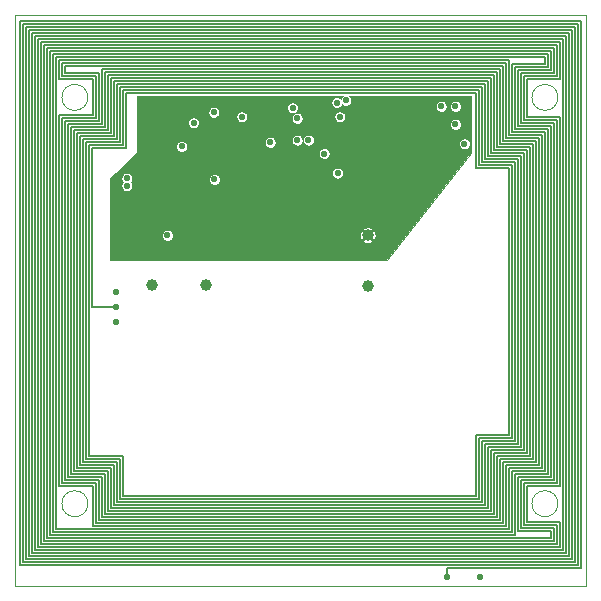
<source format=gbr>
%TF.GenerationSoftware,KiCad,Pcbnew,(5.1.4)-1*%
%TF.CreationDate,2019-12-19T17:33:09-07:00*%
%TF.ProjectId,SolarCellX_v3,536f6c61-7243-4656-9c6c-585f76332e6b,rev?*%
%TF.SameCoordinates,Original*%
%TF.FileFunction,Copper,L4,Inr*%
%TF.FilePolarity,Positive*%
%FSLAX46Y46*%
G04 Gerber Fmt 4.6, Leading zero omitted, Abs format (unit mm)*
G04 Created by KiCad (PCBNEW (5.1.4)-1) date 2019-12-19 17:33:09*
%MOMM*%
%LPD*%
G04 APERTURE LIST*
%ADD10C,0.050000*%
%ADD11C,1.000000*%
%ADD12C,0.584200*%
%ADD13C,0.127000*%
%ADD14C,0.088900*%
G04 APERTURE END LIST*
D10*
X96200000Y-47000000D02*
G75*
G03X96200000Y-47000000I-1100000J0D01*
G01*
X96200000Y-81400000D02*
G75*
G03X96200000Y-81400000I-1100000J0D01*
G01*
X136000000Y-81400000D02*
G75*
G03X136000000Y-81400000I-1100000J0D01*
G01*
X136000000Y-47000000D02*
G75*
G03X136000000Y-47000000I-1100000J0D01*
G01*
X90000000Y-88400000D02*
X138400000Y-88400000D01*
X90000000Y-88400000D02*
X90000000Y-40000000D01*
X138400000Y-40000000D02*
X138400000Y-88400000D01*
X90000000Y-40000000D02*
X138400000Y-40000000D01*
D11*
X101600000Y-62865000D03*
X106172000Y-62865000D03*
X119888000Y-58674000D03*
X119888000Y-62992000D03*
D12*
X106253260Y-51754256D03*
X107523260Y-51754256D03*
X106253260Y-50509656D03*
X109410500Y-52514500D03*
X107530900Y-50485040D03*
X106923840Y-51092100D03*
X104302012Y-52519693D03*
X122999500Y-53276500D03*
X122999500Y-52578000D03*
X122999500Y-51879500D03*
X122999500Y-49276000D03*
X124523500Y-50927000D03*
X122999500Y-48387000D03*
X124396500Y-49466500D03*
X117537610Y-48650791D03*
X117348000Y-53403500D03*
X128079500Y-50927000D03*
X126111000Y-47752000D03*
X127317500Y-47752000D03*
X118047740Y-47243775D03*
X127317500Y-49276000D03*
X117284500Y-47434502D03*
X105156000Y-49149000D03*
X111633000Y-50800000D03*
X113919000Y-48768000D03*
X116205000Y-51752500D03*
X106870500Y-48260000D03*
X109232672Y-48653690D03*
X104144156Y-51144656D03*
X102933500Y-58674000D03*
X99504500Y-53848000D03*
X99504500Y-54483000D03*
X126619000Y-87630000D03*
X98552000Y-64770000D03*
X98552000Y-63500000D03*
X98552000Y-66040000D03*
X129413000Y-87630000D03*
X113919000Y-50609500D03*
X114871500Y-50609500D03*
X106913660Y-53938656D03*
X113538000Y-47879000D03*
D13*
X97155000Y-82804000D02*
X131064000Y-82804000D01*
X97155000Y-79375000D02*
X97155000Y-82804000D01*
X94234000Y-79375000D02*
X97155000Y-79375000D01*
X131826000Y-78359000D02*
X134620000Y-78359000D01*
X94234000Y-44958000D02*
X97155000Y-44958000D01*
X131318000Y-44323000D02*
X94234000Y-44323000D01*
X131318000Y-50673000D02*
X131318000Y-44323000D01*
X97155000Y-49022000D02*
X94234000Y-49022000D01*
X134112000Y-77851000D02*
X134112000Y-50673000D01*
X131318000Y-77851000D02*
X134112000Y-77851000D01*
X93726000Y-43815000D02*
X93726000Y-45466000D01*
X134620000Y-50165000D02*
X131826000Y-50165000D01*
X131826000Y-50165000D02*
X131826000Y-43815000D01*
X96901000Y-83058000D02*
X131318000Y-83058000D01*
X131826000Y-83566000D02*
X131826000Y-78359000D01*
X96647000Y-48514000D02*
X93726000Y-48514000D01*
X94234000Y-49022000D02*
X94234000Y-79375000D01*
X97155000Y-44958000D02*
X97155000Y-49022000D01*
X94234000Y-44323000D02*
X94234000Y-44958000D01*
X134112000Y-50673000D02*
X131318000Y-50673000D01*
X131318000Y-83058000D02*
X131318000Y-77851000D01*
X133858000Y-77597000D02*
X133858000Y-76962000D01*
X97409000Y-79121000D02*
X97409000Y-82550000D01*
X94488000Y-79121000D02*
X97409000Y-79121000D01*
X133604000Y-51181000D02*
X130810000Y-51181000D01*
X130556000Y-77089000D02*
X133350000Y-77089000D01*
X130556000Y-82296000D02*
X130556000Y-77089000D01*
X133604000Y-77343000D02*
X133604000Y-51181000D01*
X97409000Y-49276000D02*
X94488000Y-49276000D01*
X133350000Y-77089000D02*
X133350000Y-76708000D01*
X98933000Y-82296000D02*
X130556000Y-82296000D01*
X130810000Y-44831000D02*
X129921000Y-44831000D01*
X130810000Y-51181000D02*
X130810000Y-44831000D01*
X130810000Y-82550000D02*
X130810000Y-77343000D01*
X97409000Y-44577000D02*
X97409000Y-49276000D01*
X129921000Y-44577000D02*
X97409000Y-44577000D01*
X130810000Y-77343000D02*
X133604000Y-77343000D01*
X97409000Y-82550000D02*
X130810000Y-82550000D01*
X94488000Y-49276000D02*
X94488000Y-79121000D01*
X134874000Y-78105000D02*
X134874000Y-77978000D01*
X96647000Y-45466000D02*
X96647000Y-48514000D01*
X134620000Y-78359000D02*
X134620000Y-50165000D01*
X93980000Y-44069000D02*
X93980000Y-45212000D01*
X96647000Y-83312000D02*
X131572000Y-83312000D01*
X93472000Y-83566000D02*
X131826000Y-83566000D01*
X131572000Y-50419000D02*
X131572000Y-44069000D01*
X93980000Y-48768000D02*
X93980000Y-79629000D01*
X93726000Y-79883000D02*
X96647000Y-79883000D01*
X131572000Y-83312000D02*
X131572000Y-78105000D01*
X131064000Y-82804000D02*
X131064000Y-77597000D01*
X96901000Y-48768000D02*
X93980000Y-48768000D01*
X132080000Y-49911000D02*
X132080000Y-44196000D01*
X134874000Y-44196000D02*
X134874000Y-43561000D01*
X93726000Y-48514000D02*
X93726000Y-79883000D01*
X134366000Y-78105000D02*
X134366000Y-50419000D01*
X131572000Y-78105000D02*
X134366000Y-78105000D01*
X134874000Y-43561000D02*
X93472000Y-43561000D01*
X134874000Y-77978000D02*
X134874000Y-49911000D01*
X96901000Y-79629000D02*
X96901000Y-83058000D01*
X96647000Y-79883000D02*
X96647000Y-83312000D01*
X96901000Y-45212000D02*
X96901000Y-48768000D01*
X93980000Y-79629000D02*
X96901000Y-79629000D01*
X132080000Y-44196000D02*
X134874000Y-44196000D01*
X131826000Y-43815000D02*
X93726000Y-43815000D01*
X134874000Y-49911000D02*
X132080000Y-49911000D01*
X134366000Y-50419000D02*
X131572000Y-50419000D01*
X93472000Y-43561000D02*
X93472000Y-83566000D01*
X131064000Y-77597000D02*
X133858000Y-77597000D01*
X131572000Y-44069000D02*
X93980000Y-44069000D01*
X93726000Y-45466000D02*
X96647000Y-45466000D01*
X93980000Y-45212000D02*
X96901000Y-45212000D01*
X97663000Y-78867000D02*
X97663000Y-82296000D01*
X97663000Y-49530000D02*
X94742000Y-49530000D01*
X97663000Y-82296000D02*
X98933000Y-82296000D01*
X94742000Y-78867000D02*
X97663000Y-78867000D01*
X94742000Y-49530000D02*
X94742000Y-78867000D01*
X98933000Y-82296000D02*
X98806000Y-82296000D01*
X97663000Y-44831000D02*
X97663000Y-49530000D01*
X129921000Y-44831000D02*
X97663000Y-44831000D01*
X133858000Y-50927000D02*
X131064000Y-50927000D01*
X131064000Y-50927000D02*
X131064000Y-44577000D01*
X99441000Y-81788000D02*
X99314000Y-81788000D01*
X131064000Y-44577000D02*
X129921000Y-44577000D01*
X133858000Y-77089000D02*
X133858000Y-50927000D01*
X130048000Y-44831000D02*
X129921000Y-44831000D01*
X130048000Y-44577000D02*
X129921000Y-44577000D01*
X137922000Y-40513000D02*
X137922000Y-86868000D01*
X90424000Y-40513000D02*
X137922000Y-40513000D01*
X90424000Y-86614000D02*
X90424000Y-40513000D01*
X137668000Y-86614000D02*
X90424000Y-86614000D01*
X137668000Y-40767000D02*
X137668000Y-86614000D01*
X90678000Y-40767000D02*
X137668000Y-40767000D01*
X90678000Y-86360000D02*
X90678000Y-40767000D01*
X137414000Y-86360000D02*
X90678000Y-86360000D01*
X137414000Y-41021000D02*
X137414000Y-86360000D01*
X90932000Y-41021000D02*
X137414000Y-41021000D01*
X90932000Y-86106000D02*
X90932000Y-41021000D01*
X135636000Y-79375000D02*
X132842000Y-79375000D01*
X135636000Y-49149000D02*
X135636000Y-79375000D01*
X92710000Y-42799000D02*
X135636000Y-42799000D01*
X92710000Y-84328000D02*
X92710000Y-42799000D01*
X135382000Y-84328000D02*
X92710000Y-84328000D01*
X135382000Y-83693000D02*
X135382000Y-84328000D01*
X132080000Y-78613000D02*
X132080000Y-83820000D01*
X135636000Y-44958000D02*
X132842000Y-44958000D01*
X132334000Y-44450000D02*
X132334000Y-49657000D01*
X132588000Y-83693000D02*
X135382000Y-83693000D01*
X92456000Y-84582000D02*
X92456000Y-42545000D01*
X132588000Y-79121000D02*
X132588000Y-83693000D01*
X133350000Y-48641000D02*
X136144000Y-48641000D01*
X135382000Y-79121000D02*
X132588000Y-79121000D01*
X135636000Y-83439000D02*
X135636000Y-84582000D01*
X135382000Y-49403000D02*
X135382000Y-79121000D01*
X136144000Y-48641000D02*
X136144000Y-79883000D01*
X132588000Y-44704000D02*
X132588000Y-49403000D01*
X92202000Y-42291000D02*
X136144000Y-42291000D01*
X135382000Y-44704000D02*
X132588000Y-44704000D01*
X136144000Y-45466000D02*
X133350000Y-45466000D01*
X132842000Y-79375000D02*
X132842000Y-83439000D01*
X135128000Y-44450000D02*
X132334000Y-44450000D01*
X132842000Y-49149000D02*
X135636000Y-49149000D01*
X93218000Y-43307000D02*
X135128000Y-43307000D01*
X132080000Y-83820000D02*
X93218000Y-83820000D01*
X136398000Y-42037000D02*
X136398000Y-85344000D01*
X132842000Y-44958000D02*
X132842000Y-49149000D01*
X134874000Y-77978000D02*
X134874000Y-78613000D01*
X136144000Y-79883000D02*
X133350000Y-79883000D01*
X126619000Y-86868000D02*
X126619000Y-87630000D01*
X93218000Y-83820000D02*
X93218000Y-43307000D01*
X135890000Y-84836000D02*
X92202000Y-84836000D01*
X132334000Y-78867000D02*
X132334000Y-84074000D01*
X132842000Y-83439000D02*
X135636000Y-83439000D01*
X137922000Y-86868000D02*
X126619000Y-86868000D01*
X134874000Y-78613000D02*
X132080000Y-78613000D01*
X133096000Y-48895000D02*
X135890000Y-48895000D01*
X135128000Y-43307000D02*
X135128000Y-44450000D01*
X133096000Y-83185000D02*
X135890000Y-83185000D01*
X135636000Y-42799000D02*
X135636000Y-44958000D01*
X132334000Y-49657000D02*
X135128000Y-49657000D01*
X133350000Y-79883000D02*
X133350000Y-82931000D01*
X135128000Y-49657000D02*
X135128000Y-78867000D01*
X135890000Y-42545000D02*
X135890000Y-45212000D01*
X135128000Y-78867000D02*
X132334000Y-78867000D01*
X135382000Y-43053000D02*
X135382000Y-44704000D01*
X132334000Y-84074000D02*
X92964000Y-84074000D01*
X133350000Y-82931000D02*
X136144000Y-82931000D01*
X132588000Y-49403000D02*
X135382000Y-49403000D01*
X92964000Y-84074000D02*
X92964000Y-43053000D01*
X92202000Y-84836000D02*
X92202000Y-42291000D01*
X92964000Y-43053000D02*
X135382000Y-43053000D01*
X135636000Y-84582000D02*
X92456000Y-84582000D01*
X92456000Y-42545000D02*
X135890000Y-42545000D01*
X135890000Y-45212000D02*
X133096000Y-45212000D01*
X133096000Y-45212000D02*
X133096000Y-48895000D01*
X135890000Y-48895000D02*
X135890000Y-79629000D01*
X135890000Y-79629000D02*
X133096000Y-79629000D01*
X133096000Y-79629000D02*
X133096000Y-83185000D01*
X135890000Y-83185000D02*
X135890000Y-84836000D01*
X136144000Y-42291000D02*
X136144000Y-45466000D01*
X133350000Y-45466000D02*
X133350000Y-48641000D01*
X136144000Y-82931000D02*
X136144000Y-85090000D01*
X136144000Y-85090000D02*
X91948000Y-85090000D01*
X91948000Y-85090000D02*
X91948000Y-42037000D01*
X91948000Y-42037000D02*
X136398000Y-42037000D01*
X136398000Y-85344000D02*
X91694000Y-85344000D01*
X91694000Y-85344000D02*
X91694000Y-41783000D01*
X91694000Y-41783000D02*
X136652000Y-41783000D01*
X136652000Y-41783000D02*
X136652000Y-85598000D01*
X136652000Y-85598000D02*
X91440000Y-85598000D01*
X91440000Y-85598000D02*
X91440000Y-41529000D01*
X91440000Y-41529000D02*
X136906000Y-41529000D01*
X136906000Y-41529000D02*
X136906000Y-85852000D01*
X136906000Y-85852000D02*
X91186000Y-85852000D01*
X91186000Y-85852000D02*
X91186000Y-41275000D01*
X91186000Y-41275000D02*
X137160000Y-41275000D01*
X137160000Y-41275000D02*
X137160000Y-86106000D01*
X137160000Y-86106000D02*
X90932000Y-86106000D01*
X100457000Y-80772000D02*
X129032000Y-80772000D01*
X129032000Y-80772000D02*
X129032000Y-75565000D01*
X131826000Y-52959000D02*
X129032000Y-52959000D01*
X129032000Y-75565000D02*
X131826000Y-75565000D01*
X131826000Y-75565000D02*
X131826000Y-52959000D01*
X129032000Y-52959000D02*
X129032000Y-46609000D01*
X129032000Y-46609000D02*
X99441000Y-46609000D01*
X99441000Y-46609000D02*
X99441000Y-51308000D01*
X99441000Y-51308000D02*
X96520000Y-51308000D01*
X96520000Y-51308000D02*
X96520000Y-64770000D01*
X96520000Y-64770000D02*
X98552000Y-64770000D01*
X132080000Y-75819000D02*
X132080000Y-52705000D01*
X98933000Y-81026000D02*
X129286000Y-81026000D01*
X96012000Y-50800000D02*
X96012000Y-77597000D01*
X98933000Y-50800000D02*
X96012000Y-50800000D01*
X98933000Y-46101000D02*
X98933000Y-50800000D01*
X129540000Y-46101000D02*
X98933000Y-46101000D01*
X129540000Y-52451000D02*
X129540000Y-46101000D01*
X132334000Y-52451000D02*
X129540000Y-52451000D01*
X132334000Y-76073000D02*
X132334000Y-52451000D01*
X129540000Y-81280000D02*
X129540000Y-76073000D01*
X98679000Y-81280000D02*
X129540000Y-81280000D01*
X95758000Y-77851000D02*
X98679000Y-77851000D01*
X95758000Y-50546000D02*
X95758000Y-77851000D01*
X98679000Y-50546000D02*
X95758000Y-50546000D01*
X129794000Y-45847000D02*
X98679000Y-45847000D01*
X132588000Y-52197000D02*
X129794000Y-52197000D01*
X129794000Y-81534000D02*
X129794000Y-76327000D01*
X98425000Y-81534000D02*
X129794000Y-81534000D01*
X98425000Y-78105000D02*
X98425000Y-81534000D01*
X95504000Y-78105000D02*
X98425000Y-78105000D01*
X98425000Y-50292000D02*
X95504000Y-50292000D01*
X98425000Y-45593000D02*
X98425000Y-50292000D01*
X130048000Y-51943000D02*
X130048000Y-45593000D01*
X132842000Y-51943000D02*
X130048000Y-51943000D01*
X130048000Y-76581000D02*
X132842000Y-76581000D01*
X99441000Y-81788000D02*
X130048000Y-81788000D01*
X130048000Y-45593000D02*
X98425000Y-45593000D01*
X98679000Y-45847000D02*
X98679000Y-50546000D01*
X133350000Y-76835000D02*
X133350000Y-51435000D01*
X130556000Y-51435000D02*
X130556000Y-45085000D01*
X98171000Y-81788000D02*
X99441000Y-81788000D01*
X97917000Y-49784000D02*
X94996000Y-49784000D01*
X97917000Y-78613000D02*
X97917000Y-82042000D01*
X130302000Y-51689000D02*
X130302000Y-45339000D01*
X98933000Y-77597000D02*
X98933000Y-81026000D01*
X132842000Y-76581000D02*
X132842000Y-51943000D01*
X95504000Y-50292000D02*
X95504000Y-78105000D01*
X98171000Y-45339000D02*
X98171000Y-50038000D01*
X129286000Y-81026000D02*
X129286000Y-75819000D01*
X95250000Y-50038000D02*
X95250000Y-78359000D01*
X133350000Y-51435000D02*
X130556000Y-51435000D01*
X98679000Y-77851000D02*
X98679000Y-81280000D01*
X98171000Y-50038000D02*
X95250000Y-50038000D01*
X129794000Y-76327000D02*
X132588000Y-76327000D01*
X129286000Y-75819000D02*
X132080000Y-75819000D01*
X130302000Y-45339000D02*
X98171000Y-45339000D01*
X130048000Y-81788000D02*
X130048000Y-76581000D01*
X129540000Y-76073000D02*
X132334000Y-76073000D01*
X130302000Y-82042000D02*
X130302000Y-76835000D01*
X132588000Y-76327000D02*
X132588000Y-52197000D01*
X129794000Y-52197000D02*
X129794000Y-45847000D01*
X130556000Y-45085000D02*
X97917000Y-45085000D01*
X96012000Y-77597000D02*
X98933000Y-77597000D01*
X129286000Y-52705000D02*
X129286000Y-46355000D01*
X97917000Y-82042000D02*
X130302000Y-82042000D01*
X132080000Y-52705000D02*
X129286000Y-52705000D01*
X129286000Y-46355000D02*
X99187000Y-46355000D01*
X99187000Y-46355000D02*
X99187000Y-51054000D01*
X99187000Y-51054000D02*
X96266000Y-51054000D01*
X96266000Y-51054000D02*
X96266000Y-77343000D01*
X96266000Y-77343000D02*
X99187000Y-77343000D01*
X99187000Y-77343000D02*
X99187000Y-80772000D01*
X99187000Y-80772000D02*
X100584000Y-80772000D01*
X94996000Y-78613000D02*
X97917000Y-78613000D01*
X95250000Y-78359000D02*
X98171000Y-78359000D01*
X133096000Y-51689000D02*
X130302000Y-51689000D01*
X97917000Y-45085000D02*
X97917000Y-49784000D01*
X133096000Y-76835000D02*
X133096000Y-51689000D01*
X94996000Y-49784000D02*
X94996000Y-78613000D01*
X98171000Y-78359000D02*
X98171000Y-81788000D01*
X130302000Y-76835000D02*
X133096000Y-76835000D01*
D14*
G36*
X117752244Y-46883712D02*
G01*
X117687677Y-46948279D01*
X117636947Y-47024202D01*
X117605552Y-47099995D01*
X117579996Y-47074439D01*
X117504073Y-47023709D01*
X117419713Y-46988766D01*
X117330156Y-46970952D01*
X117238844Y-46970952D01*
X117149287Y-46988766D01*
X117064927Y-47023709D01*
X116989004Y-47074439D01*
X116924437Y-47139006D01*
X116873707Y-47214929D01*
X116838764Y-47299289D01*
X116820950Y-47388846D01*
X116820950Y-47480158D01*
X116838764Y-47569715D01*
X116873707Y-47654075D01*
X116924437Y-47729998D01*
X116989004Y-47794565D01*
X117064927Y-47845295D01*
X117149287Y-47880238D01*
X117238844Y-47898052D01*
X117330156Y-47898052D01*
X117419713Y-47880238D01*
X117504073Y-47845295D01*
X117579996Y-47794565D01*
X117644563Y-47729998D01*
X117695293Y-47654075D01*
X117726688Y-47578282D01*
X117752244Y-47603838D01*
X117828167Y-47654568D01*
X117912527Y-47689511D01*
X118002084Y-47707325D01*
X118093396Y-47707325D01*
X118098327Y-47706344D01*
X125647450Y-47706344D01*
X125647450Y-47797656D01*
X125665264Y-47887213D01*
X125700207Y-47971573D01*
X125750937Y-48047496D01*
X125815504Y-48112063D01*
X125891427Y-48162793D01*
X125975787Y-48197736D01*
X126065344Y-48215550D01*
X126156656Y-48215550D01*
X126246213Y-48197736D01*
X126330573Y-48162793D01*
X126406496Y-48112063D01*
X126471063Y-48047496D01*
X126521793Y-47971573D01*
X126556736Y-47887213D01*
X126574550Y-47797656D01*
X126574550Y-47706344D01*
X126853950Y-47706344D01*
X126853950Y-47797656D01*
X126871764Y-47887213D01*
X126906707Y-47971573D01*
X126957437Y-48047496D01*
X127022004Y-48112063D01*
X127097927Y-48162793D01*
X127182287Y-48197736D01*
X127271844Y-48215550D01*
X127363156Y-48215550D01*
X127452713Y-48197736D01*
X127537073Y-48162793D01*
X127612996Y-48112063D01*
X127677563Y-48047496D01*
X127728293Y-47971573D01*
X127763236Y-47887213D01*
X127781050Y-47797656D01*
X127781050Y-47706344D01*
X127763236Y-47616787D01*
X127728293Y-47532427D01*
X127677563Y-47456504D01*
X127612996Y-47391937D01*
X127537073Y-47341207D01*
X127452713Y-47306264D01*
X127363156Y-47288450D01*
X127271844Y-47288450D01*
X127182287Y-47306264D01*
X127097927Y-47341207D01*
X127022004Y-47391937D01*
X126957437Y-47456504D01*
X126906707Y-47532427D01*
X126871764Y-47616787D01*
X126853950Y-47706344D01*
X126574550Y-47706344D01*
X126556736Y-47616787D01*
X126521793Y-47532427D01*
X126471063Y-47456504D01*
X126406496Y-47391937D01*
X126330573Y-47341207D01*
X126246213Y-47306264D01*
X126156656Y-47288450D01*
X126065344Y-47288450D01*
X125975787Y-47306264D01*
X125891427Y-47341207D01*
X125815504Y-47391937D01*
X125750937Y-47456504D01*
X125700207Y-47532427D01*
X125665264Y-47616787D01*
X125647450Y-47706344D01*
X118098327Y-47706344D01*
X118182953Y-47689511D01*
X118267313Y-47654568D01*
X118343236Y-47603838D01*
X118407803Y-47539271D01*
X118458533Y-47463348D01*
X118493476Y-47378988D01*
X118511290Y-47289431D01*
X118511290Y-47198119D01*
X118493476Y-47108562D01*
X118458533Y-47024202D01*
X118407803Y-46948279D01*
X118343236Y-46883712D01*
X118283728Y-46843950D01*
X128670050Y-46843950D01*
X128670050Y-51736972D01*
X121517566Y-60725050D01*
X98088450Y-60725050D01*
X98088450Y-59167429D01*
X119493354Y-59167429D01*
X119550062Y-59257967D01*
X119670482Y-59312675D01*
X119799260Y-59342839D01*
X119931450Y-59347299D01*
X120061969Y-59325885D01*
X120185803Y-59279420D01*
X120225938Y-59257967D01*
X120282646Y-59167429D01*
X119888000Y-58772783D01*
X119493354Y-59167429D01*
X98088450Y-59167429D01*
X98088450Y-58628344D01*
X102469950Y-58628344D01*
X102469950Y-58719656D01*
X102487764Y-58809213D01*
X102522707Y-58893573D01*
X102573437Y-58969496D01*
X102638004Y-59034063D01*
X102713927Y-59084793D01*
X102798287Y-59119736D01*
X102887844Y-59137550D01*
X102979156Y-59137550D01*
X103068713Y-59119736D01*
X103153073Y-59084793D01*
X103228996Y-59034063D01*
X103293563Y-58969496D01*
X103344293Y-58893573D01*
X103379236Y-58809213D01*
X103397050Y-58719656D01*
X103397050Y-58717450D01*
X119214701Y-58717450D01*
X119236115Y-58847969D01*
X119282580Y-58971803D01*
X119304033Y-59011938D01*
X119394571Y-59068646D01*
X119789217Y-58674000D01*
X119986783Y-58674000D01*
X120381429Y-59068646D01*
X120471967Y-59011938D01*
X120526675Y-58891518D01*
X120556839Y-58762740D01*
X120561299Y-58630550D01*
X120539885Y-58500031D01*
X120493420Y-58376197D01*
X120471967Y-58336062D01*
X120381429Y-58279354D01*
X119986783Y-58674000D01*
X119789217Y-58674000D01*
X119394571Y-58279354D01*
X119304033Y-58336062D01*
X119249325Y-58456482D01*
X119219161Y-58585260D01*
X119214701Y-58717450D01*
X103397050Y-58717450D01*
X103397050Y-58628344D01*
X103379236Y-58538787D01*
X103344293Y-58454427D01*
X103293563Y-58378504D01*
X103228996Y-58313937D01*
X103153073Y-58263207D01*
X103068713Y-58228264D01*
X102979156Y-58210450D01*
X102887844Y-58210450D01*
X102798287Y-58228264D01*
X102713927Y-58263207D01*
X102638004Y-58313937D01*
X102573437Y-58378504D01*
X102522707Y-58454427D01*
X102487764Y-58538787D01*
X102469950Y-58628344D01*
X98088450Y-58628344D01*
X98088450Y-58180571D01*
X119493354Y-58180571D01*
X119888000Y-58575217D01*
X120282646Y-58180571D01*
X120225938Y-58090033D01*
X120105518Y-58035325D01*
X119976740Y-58005161D01*
X119844550Y-58000701D01*
X119714031Y-58022115D01*
X119590197Y-58068580D01*
X119550062Y-58090033D01*
X119493354Y-58180571D01*
X98088450Y-58180571D01*
X98088450Y-53803279D01*
X98089411Y-53802344D01*
X99040950Y-53802344D01*
X99040950Y-53893656D01*
X99058764Y-53983213D01*
X99093707Y-54067573D01*
X99144437Y-54143496D01*
X99166441Y-54165500D01*
X99144437Y-54187504D01*
X99093707Y-54263427D01*
X99058764Y-54347787D01*
X99040950Y-54437344D01*
X99040950Y-54528656D01*
X99058764Y-54618213D01*
X99093707Y-54702573D01*
X99144437Y-54778496D01*
X99209004Y-54843063D01*
X99284927Y-54893793D01*
X99369287Y-54928736D01*
X99458844Y-54946550D01*
X99550156Y-54946550D01*
X99639713Y-54928736D01*
X99724073Y-54893793D01*
X99799996Y-54843063D01*
X99864563Y-54778496D01*
X99915293Y-54702573D01*
X99950236Y-54618213D01*
X99968050Y-54528656D01*
X99968050Y-54437344D01*
X99950236Y-54347787D01*
X99915293Y-54263427D01*
X99864563Y-54187504D01*
X99842559Y-54165500D01*
X99864563Y-54143496D01*
X99915293Y-54067573D01*
X99950236Y-53983213D01*
X99968050Y-53893656D01*
X99968050Y-53893000D01*
X106450110Y-53893000D01*
X106450110Y-53984312D01*
X106467924Y-54073869D01*
X106502867Y-54158229D01*
X106553597Y-54234152D01*
X106618164Y-54298719D01*
X106694087Y-54349449D01*
X106778447Y-54384392D01*
X106868004Y-54402206D01*
X106959316Y-54402206D01*
X107048873Y-54384392D01*
X107133233Y-54349449D01*
X107209156Y-54298719D01*
X107273723Y-54234152D01*
X107324453Y-54158229D01*
X107359396Y-54073869D01*
X107377210Y-53984312D01*
X107377210Y-53893000D01*
X107359396Y-53803443D01*
X107324453Y-53719083D01*
X107273723Y-53643160D01*
X107209156Y-53578593D01*
X107133233Y-53527863D01*
X107048873Y-53492920D01*
X106959316Y-53475106D01*
X106868004Y-53475106D01*
X106778447Y-53492920D01*
X106694087Y-53527863D01*
X106618164Y-53578593D01*
X106553597Y-53643160D01*
X106502867Y-53719083D01*
X106467924Y-53803443D01*
X106450110Y-53893000D01*
X99968050Y-53893000D01*
X99968050Y-53802344D01*
X99950236Y-53712787D01*
X99915293Y-53628427D01*
X99864563Y-53552504D01*
X99799996Y-53487937D01*
X99724073Y-53437207D01*
X99639713Y-53402264D01*
X99550156Y-53384450D01*
X99458844Y-53384450D01*
X99369287Y-53402264D01*
X99284927Y-53437207D01*
X99209004Y-53487937D01*
X99144437Y-53552504D01*
X99093707Y-53628427D01*
X99058764Y-53712787D01*
X99040950Y-53802344D01*
X98089411Y-53802344D01*
X98546611Y-53357844D01*
X116884450Y-53357844D01*
X116884450Y-53449156D01*
X116902264Y-53538713D01*
X116937207Y-53623073D01*
X116987937Y-53698996D01*
X117052504Y-53763563D01*
X117128427Y-53814293D01*
X117212787Y-53849236D01*
X117302344Y-53867050D01*
X117393656Y-53867050D01*
X117483213Y-53849236D01*
X117567573Y-53814293D01*
X117643496Y-53763563D01*
X117708063Y-53698996D01*
X117758793Y-53623073D01*
X117793736Y-53538713D01*
X117811550Y-53449156D01*
X117811550Y-53357844D01*
X117793736Y-53268287D01*
X117758793Y-53183927D01*
X117708063Y-53108004D01*
X117643496Y-53043437D01*
X117567573Y-52992707D01*
X117483213Y-52957764D01*
X117393656Y-52939950D01*
X117302344Y-52939950D01*
X117212787Y-52957764D01*
X117128427Y-52992707D01*
X117052504Y-53043437D01*
X116987937Y-53108004D01*
X116937207Y-53183927D01*
X116902264Y-53268287D01*
X116884450Y-53357844D01*
X98546611Y-53357844D01*
X100244783Y-51706844D01*
X115741450Y-51706844D01*
X115741450Y-51798156D01*
X115759264Y-51887713D01*
X115794207Y-51972073D01*
X115844937Y-52047996D01*
X115909504Y-52112563D01*
X115985427Y-52163293D01*
X116069787Y-52198236D01*
X116159344Y-52216050D01*
X116250656Y-52216050D01*
X116340213Y-52198236D01*
X116424573Y-52163293D01*
X116500496Y-52112563D01*
X116565063Y-52047996D01*
X116615793Y-51972073D01*
X116650736Y-51887713D01*
X116668550Y-51798156D01*
X116668550Y-51706844D01*
X116650736Y-51617287D01*
X116615793Y-51532927D01*
X116565063Y-51457004D01*
X116500496Y-51392437D01*
X116424573Y-51341707D01*
X116340213Y-51306764D01*
X116250656Y-51288950D01*
X116159344Y-51288950D01*
X116069787Y-51306764D01*
X115985427Y-51341707D01*
X115909504Y-51392437D01*
X115844937Y-51457004D01*
X115794207Y-51532927D01*
X115759264Y-51617287D01*
X115741450Y-51706844D01*
X100244783Y-51706844D01*
X100360985Y-51593870D01*
X100366607Y-51587213D01*
X100370823Y-51579587D01*
X100373469Y-51571285D01*
X100374450Y-51562000D01*
X100374450Y-51099000D01*
X103680606Y-51099000D01*
X103680606Y-51190312D01*
X103698420Y-51279869D01*
X103733363Y-51364229D01*
X103784093Y-51440152D01*
X103848660Y-51504719D01*
X103924583Y-51555449D01*
X104008943Y-51590392D01*
X104098500Y-51608206D01*
X104189812Y-51608206D01*
X104279369Y-51590392D01*
X104363729Y-51555449D01*
X104439652Y-51504719D01*
X104504219Y-51440152D01*
X104554949Y-51364229D01*
X104589892Y-51279869D01*
X104607706Y-51190312D01*
X104607706Y-51099000D01*
X104589892Y-51009443D01*
X104554949Y-50925083D01*
X104504219Y-50849160D01*
X104439652Y-50784593D01*
X104394382Y-50754344D01*
X111169450Y-50754344D01*
X111169450Y-50845656D01*
X111187264Y-50935213D01*
X111222207Y-51019573D01*
X111272937Y-51095496D01*
X111337504Y-51160063D01*
X111413427Y-51210793D01*
X111497787Y-51245736D01*
X111587344Y-51263550D01*
X111678656Y-51263550D01*
X111768213Y-51245736D01*
X111852573Y-51210793D01*
X111928496Y-51160063D01*
X111993063Y-51095496D01*
X112043793Y-51019573D01*
X112078736Y-50935213D01*
X112096550Y-50845656D01*
X112096550Y-50754344D01*
X112078736Y-50664787D01*
X112043793Y-50580427D01*
X112032713Y-50563844D01*
X113455450Y-50563844D01*
X113455450Y-50655156D01*
X113473264Y-50744713D01*
X113508207Y-50829073D01*
X113558937Y-50904996D01*
X113623504Y-50969563D01*
X113699427Y-51020293D01*
X113783787Y-51055236D01*
X113873344Y-51073050D01*
X113964656Y-51073050D01*
X114054213Y-51055236D01*
X114138573Y-51020293D01*
X114214496Y-50969563D01*
X114279063Y-50904996D01*
X114329793Y-50829073D01*
X114364736Y-50744713D01*
X114382550Y-50655156D01*
X114382550Y-50563844D01*
X114407950Y-50563844D01*
X114407950Y-50655156D01*
X114425764Y-50744713D01*
X114460707Y-50829073D01*
X114511437Y-50904996D01*
X114576004Y-50969563D01*
X114651927Y-51020293D01*
X114736287Y-51055236D01*
X114825844Y-51073050D01*
X114917156Y-51073050D01*
X115006713Y-51055236D01*
X115091073Y-51020293D01*
X115166996Y-50969563D01*
X115231563Y-50904996D01*
X115247366Y-50881344D01*
X127615950Y-50881344D01*
X127615950Y-50972656D01*
X127633764Y-51062213D01*
X127668707Y-51146573D01*
X127719437Y-51222496D01*
X127784004Y-51287063D01*
X127859927Y-51337793D01*
X127944287Y-51372736D01*
X128033844Y-51390550D01*
X128125156Y-51390550D01*
X128214713Y-51372736D01*
X128299073Y-51337793D01*
X128374996Y-51287063D01*
X128439563Y-51222496D01*
X128490293Y-51146573D01*
X128525236Y-51062213D01*
X128543050Y-50972656D01*
X128543050Y-50881344D01*
X128525236Y-50791787D01*
X128490293Y-50707427D01*
X128439563Y-50631504D01*
X128374996Y-50566937D01*
X128299073Y-50516207D01*
X128214713Y-50481264D01*
X128125156Y-50463450D01*
X128033844Y-50463450D01*
X127944287Y-50481264D01*
X127859927Y-50516207D01*
X127784004Y-50566937D01*
X127719437Y-50631504D01*
X127668707Y-50707427D01*
X127633764Y-50791787D01*
X127615950Y-50881344D01*
X115247366Y-50881344D01*
X115282293Y-50829073D01*
X115317236Y-50744713D01*
X115335050Y-50655156D01*
X115335050Y-50563844D01*
X115317236Y-50474287D01*
X115282293Y-50389927D01*
X115231563Y-50314004D01*
X115166996Y-50249437D01*
X115091073Y-50198707D01*
X115006713Y-50163764D01*
X114917156Y-50145950D01*
X114825844Y-50145950D01*
X114736287Y-50163764D01*
X114651927Y-50198707D01*
X114576004Y-50249437D01*
X114511437Y-50314004D01*
X114460707Y-50389927D01*
X114425764Y-50474287D01*
X114407950Y-50563844D01*
X114382550Y-50563844D01*
X114364736Y-50474287D01*
X114329793Y-50389927D01*
X114279063Y-50314004D01*
X114214496Y-50249437D01*
X114138573Y-50198707D01*
X114054213Y-50163764D01*
X113964656Y-50145950D01*
X113873344Y-50145950D01*
X113783787Y-50163764D01*
X113699427Y-50198707D01*
X113623504Y-50249437D01*
X113558937Y-50314004D01*
X113508207Y-50389927D01*
X113473264Y-50474287D01*
X113455450Y-50563844D01*
X112032713Y-50563844D01*
X111993063Y-50504504D01*
X111928496Y-50439937D01*
X111852573Y-50389207D01*
X111768213Y-50354264D01*
X111678656Y-50336450D01*
X111587344Y-50336450D01*
X111497787Y-50354264D01*
X111413427Y-50389207D01*
X111337504Y-50439937D01*
X111272937Y-50504504D01*
X111222207Y-50580427D01*
X111187264Y-50664787D01*
X111169450Y-50754344D01*
X104394382Y-50754344D01*
X104363729Y-50733863D01*
X104279369Y-50698920D01*
X104189812Y-50681106D01*
X104098500Y-50681106D01*
X104008943Y-50698920D01*
X103924583Y-50733863D01*
X103848660Y-50784593D01*
X103784093Y-50849160D01*
X103733363Y-50925083D01*
X103698420Y-51009443D01*
X103680606Y-51099000D01*
X100374450Y-51099000D01*
X100374450Y-49103344D01*
X104692450Y-49103344D01*
X104692450Y-49194656D01*
X104710264Y-49284213D01*
X104745207Y-49368573D01*
X104795937Y-49444496D01*
X104860504Y-49509063D01*
X104936427Y-49559793D01*
X105020787Y-49594736D01*
X105110344Y-49612550D01*
X105201656Y-49612550D01*
X105291213Y-49594736D01*
X105375573Y-49559793D01*
X105451496Y-49509063D01*
X105516063Y-49444496D01*
X105566793Y-49368573D01*
X105601736Y-49284213D01*
X105619550Y-49194656D01*
X105619550Y-49103344D01*
X105601736Y-49013787D01*
X105566793Y-48929427D01*
X105516063Y-48853504D01*
X105451496Y-48788937D01*
X105375573Y-48738207D01*
X105291213Y-48703264D01*
X105201656Y-48685450D01*
X105110344Y-48685450D01*
X105020787Y-48703264D01*
X104936427Y-48738207D01*
X104860504Y-48788937D01*
X104795937Y-48853504D01*
X104745207Y-48929427D01*
X104710264Y-49013787D01*
X104692450Y-49103344D01*
X100374450Y-49103344D01*
X100374450Y-48214344D01*
X106406950Y-48214344D01*
X106406950Y-48305656D01*
X106424764Y-48395213D01*
X106459707Y-48479573D01*
X106510437Y-48555496D01*
X106575004Y-48620063D01*
X106650927Y-48670793D01*
X106735287Y-48705736D01*
X106824844Y-48723550D01*
X106916156Y-48723550D01*
X107005713Y-48705736D01*
X107090073Y-48670793D01*
X107165996Y-48620063D01*
X107178025Y-48608034D01*
X108769122Y-48608034D01*
X108769122Y-48699346D01*
X108786936Y-48788903D01*
X108821879Y-48873263D01*
X108872609Y-48949186D01*
X108937176Y-49013753D01*
X109013099Y-49064483D01*
X109097459Y-49099426D01*
X109187016Y-49117240D01*
X109278328Y-49117240D01*
X109367885Y-49099426D01*
X109452245Y-49064483D01*
X109528168Y-49013753D01*
X109592735Y-48949186D01*
X109643465Y-48873263D01*
X109678408Y-48788903D01*
X109691647Y-48722344D01*
X113455450Y-48722344D01*
X113455450Y-48813656D01*
X113473264Y-48903213D01*
X113508207Y-48987573D01*
X113558937Y-49063496D01*
X113623504Y-49128063D01*
X113699427Y-49178793D01*
X113783787Y-49213736D01*
X113873344Y-49231550D01*
X113964656Y-49231550D01*
X113970718Y-49230344D01*
X126853950Y-49230344D01*
X126853950Y-49321656D01*
X126871764Y-49411213D01*
X126906707Y-49495573D01*
X126957437Y-49571496D01*
X127022004Y-49636063D01*
X127097927Y-49686793D01*
X127182287Y-49721736D01*
X127271844Y-49739550D01*
X127363156Y-49739550D01*
X127452713Y-49721736D01*
X127537073Y-49686793D01*
X127612996Y-49636063D01*
X127677563Y-49571496D01*
X127728293Y-49495573D01*
X127763236Y-49411213D01*
X127781050Y-49321656D01*
X127781050Y-49230344D01*
X127763236Y-49140787D01*
X127728293Y-49056427D01*
X127677563Y-48980504D01*
X127612996Y-48915937D01*
X127537073Y-48865207D01*
X127452713Y-48830264D01*
X127363156Y-48812450D01*
X127271844Y-48812450D01*
X127182287Y-48830264D01*
X127097927Y-48865207D01*
X127022004Y-48915937D01*
X126957437Y-48980504D01*
X126906707Y-49056427D01*
X126871764Y-49140787D01*
X126853950Y-49230344D01*
X113970718Y-49230344D01*
X114054213Y-49213736D01*
X114138573Y-49178793D01*
X114214496Y-49128063D01*
X114279063Y-49063496D01*
X114329793Y-48987573D01*
X114364736Y-48903213D01*
X114382550Y-48813656D01*
X114382550Y-48722344D01*
X114364736Y-48632787D01*
X114353283Y-48605135D01*
X117074060Y-48605135D01*
X117074060Y-48696447D01*
X117091874Y-48786004D01*
X117126817Y-48870364D01*
X117177547Y-48946287D01*
X117242114Y-49010854D01*
X117318037Y-49061584D01*
X117402397Y-49096527D01*
X117491954Y-49114341D01*
X117583266Y-49114341D01*
X117672823Y-49096527D01*
X117757183Y-49061584D01*
X117833106Y-49010854D01*
X117897673Y-48946287D01*
X117948403Y-48870364D01*
X117983346Y-48786004D01*
X118001160Y-48696447D01*
X118001160Y-48605135D01*
X117983346Y-48515578D01*
X117948403Y-48431218D01*
X117897673Y-48355295D01*
X117833106Y-48290728D01*
X117757183Y-48239998D01*
X117672823Y-48205055D01*
X117583266Y-48187241D01*
X117491954Y-48187241D01*
X117402397Y-48205055D01*
X117318037Y-48239998D01*
X117242114Y-48290728D01*
X117177547Y-48355295D01*
X117126817Y-48431218D01*
X117091874Y-48515578D01*
X117074060Y-48605135D01*
X114353283Y-48605135D01*
X114329793Y-48548427D01*
X114279063Y-48472504D01*
X114214496Y-48407937D01*
X114138573Y-48357207D01*
X114054213Y-48322264D01*
X113964656Y-48304450D01*
X113873344Y-48304450D01*
X113783787Y-48322264D01*
X113699427Y-48357207D01*
X113623504Y-48407937D01*
X113558937Y-48472504D01*
X113508207Y-48548427D01*
X113473264Y-48632787D01*
X113455450Y-48722344D01*
X109691647Y-48722344D01*
X109696222Y-48699346D01*
X109696222Y-48608034D01*
X109678408Y-48518477D01*
X109643465Y-48434117D01*
X109592735Y-48358194D01*
X109528168Y-48293627D01*
X109452245Y-48242897D01*
X109367885Y-48207954D01*
X109278328Y-48190140D01*
X109187016Y-48190140D01*
X109097459Y-48207954D01*
X109013099Y-48242897D01*
X108937176Y-48293627D01*
X108872609Y-48358194D01*
X108821879Y-48434117D01*
X108786936Y-48518477D01*
X108769122Y-48608034D01*
X107178025Y-48608034D01*
X107230563Y-48555496D01*
X107281293Y-48479573D01*
X107316236Y-48395213D01*
X107334050Y-48305656D01*
X107334050Y-48214344D01*
X107316236Y-48124787D01*
X107281293Y-48040427D01*
X107230563Y-47964504D01*
X107165996Y-47899937D01*
X107090073Y-47849207D01*
X107051777Y-47833344D01*
X113074450Y-47833344D01*
X113074450Y-47924656D01*
X113092264Y-48014213D01*
X113127207Y-48098573D01*
X113177937Y-48174496D01*
X113242504Y-48239063D01*
X113318427Y-48289793D01*
X113402787Y-48324736D01*
X113492344Y-48342550D01*
X113583656Y-48342550D01*
X113673213Y-48324736D01*
X113757573Y-48289793D01*
X113833496Y-48239063D01*
X113898063Y-48174496D01*
X113948793Y-48098573D01*
X113983736Y-48014213D01*
X114001550Y-47924656D01*
X114001550Y-47833344D01*
X113983736Y-47743787D01*
X113948793Y-47659427D01*
X113898063Y-47583504D01*
X113833496Y-47518937D01*
X113757573Y-47468207D01*
X113673213Y-47433264D01*
X113583656Y-47415450D01*
X113492344Y-47415450D01*
X113402787Y-47433264D01*
X113318427Y-47468207D01*
X113242504Y-47518937D01*
X113177937Y-47583504D01*
X113127207Y-47659427D01*
X113092264Y-47743787D01*
X113074450Y-47833344D01*
X107051777Y-47833344D01*
X107005713Y-47814264D01*
X106916156Y-47796450D01*
X106824844Y-47796450D01*
X106735287Y-47814264D01*
X106650927Y-47849207D01*
X106575004Y-47899937D01*
X106510437Y-47964504D01*
X106459707Y-48040427D01*
X106424764Y-48124787D01*
X106406950Y-48214344D01*
X100374450Y-48214344D01*
X100374450Y-46843950D01*
X117811752Y-46843950D01*
X117752244Y-46883712D01*
X117752244Y-46883712D01*
G37*
X117752244Y-46883712D02*
X117687677Y-46948279D01*
X117636947Y-47024202D01*
X117605552Y-47099995D01*
X117579996Y-47074439D01*
X117504073Y-47023709D01*
X117419713Y-46988766D01*
X117330156Y-46970952D01*
X117238844Y-46970952D01*
X117149287Y-46988766D01*
X117064927Y-47023709D01*
X116989004Y-47074439D01*
X116924437Y-47139006D01*
X116873707Y-47214929D01*
X116838764Y-47299289D01*
X116820950Y-47388846D01*
X116820950Y-47480158D01*
X116838764Y-47569715D01*
X116873707Y-47654075D01*
X116924437Y-47729998D01*
X116989004Y-47794565D01*
X117064927Y-47845295D01*
X117149287Y-47880238D01*
X117238844Y-47898052D01*
X117330156Y-47898052D01*
X117419713Y-47880238D01*
X117504073Y-47845295D01*
X117579996Y-47794565D01*
X117644563Y-47729998D01*
X117695293Y-47654075D01*
X117726688Y-47578282D01*
X117752244Y-47603838D01*
X117828167Y-47654568D01*
X117912527Y-47689511D01*
X118002084Y-47707325D01*
X118093396Y-47707325D01*
X118098327Y-47706344D01*
X125647450Y-47706344D01*
X125647450Y-47797656D01*
X125665264Y-47887213D01*
X125700207Y-47971573D01*
X125750937Y-48047496D01*
X125815504Y-48112063D01*
X125891427Y-48162793D01*
X125975787Y-48197736D01*
X126065344Y-48215550D01*
X126156656Y-48215550D01*
X126246213Y-48197736D01*
X126330573Y-48162793D01*
X126406496Y-48112063D01*
X126471063Y-48047496D01*
X126521793Y-47971573D01*
X126556736Y-47887213D01*
X126574550Y-47797656D01*
X126574550Y-47706344D01*
X126853950Y-47706344D01*
X126853950Y-47797656D01*
X126871764Y-47887213D01*
X126906707Y-47971573D01*
X126957437Y-48047496D01*
X127022004Y-48112063D01*
X127097927Y-48162793D01*
X127182287Y-48197736D01*
X127271844Y-48215550D01*
X127363156Y-48215550D01*
X127452713Y-48197736D01*
X127537073Y-48162793D01*
X127612996Y-48112063D01*
X127677563Y-48047496D01*
X127728293Y-47971573D01*
X127763236Y-47887213D01*
X127781050Y-47797656D01*
X127781050Y-47706344D01*
X127763236Y-47616787D01*
X127728293Y-47532427D01*
X127677563Y-47456504D01*
X127612996Y-47391937D01*
X127537073Y-47341207D01*
X127452713Y-47306264D01*
X127363156Y-47288450D01*
X127271844Y-47288450D01*
X127182287Y-47306264D01*
X127097927Y-47341207D01*
X127022004Y-47391937D01*
X126957437Y-47456504D01*
X126906707Y-47532427D01*
X126871764Y-47616787D01*
X126853950Y-47706344D01*
X126574550Y-47706344D01*
X126556736Y-47616787D01*
X126521793Y-47532427D01*
X126471063Y-47456504D01*
X126406496Y-47391937D01*
X126330573Y-47341207D01*
X126246213Y-47306264D01*
X126156656Y-47288450D01*
X126065344Y-47288450D01*
X125975787Y-47306264D01*
X125891427Y-47341207D01*
X125815504Y-47391937D01*
X125750937Y-47456504D01*
X125700207Y-47532427D01*
X125665264Y-47616787D01*
X125647450Y-47706344D01*
X118098327Y-47706344D01*
X118182953Y-47689511D01*
X118267313Y-47654568D01*
X118343236Y-47603838D01*
X118407803Y-47539271D01*
X118458533Y-47463348D01*
X118493476Y-47378988D01*
X118511290Y-47289431D01*
X118511290Y-47198119D01*
X118493476Y-47108562D01*
X118458533Y-47024202D01*
X118407803Y-46948279D01*
X118343236Y-46883712D01*
X118283728Y-46843950D01*
X128670050Y-46843950D01*
X128670050Y-51736972D01*
X121517566Y-60725050D01*
X98088450Y-60725050D01*
X98088450Y-59167429D01*
X119493354Y-59167429D01*
X119550062Y-59257967D01*
X119670482Y-59312675D01*
X119799260Y-59342839D01*
X119931450Y-59347299D01*
X120061969Y-59325885D01*
X120185803Y-59279420D01*
X120225938Y-59257967D01*
X120282646Y-59167429D01*
X119888000Y-58772783D01*
X119493354Y-59167429D01*
X98088450Y-59167429D01*
X98088450Y-58628344D01*
X102469950Y-58628344D01*
X102469950Y-58719656D01*
X102487764Y-58809213D01*
X102522707Y-58893573D01*
X102573437Y-58969496D01*
X102638004Y-59034063D01*
X102713927Y-59084793D01*
X102798287Y-59119736D01*
X102887844Y-59137550D01*
X102979156Y-59137550D01*
X103068713Y-59119736D01*
X103153073Y-59084793D01*
X103228996Y-59034063D01*
X103293563Y-58969496D01*
X103344293Y-58893573D01*
X103379236Y-58809213D01*
X103397050Y-58719656D01*
X103397050Y-58717450D01*
X119214701Y-58717450D01*
X119236115Y-58847969D01*
X119282580Y-58971803D01*
X119304033Y-59011938D01*
X119394571Y-59068646D01*
X119789217Y-58674000D01*
X119986783Y-58674000D01*
X120381429Y-59068646D01*
X120471967Y-59011938D01*
X120526675Y-58891518D01*
X120556839Y-58762740D01*
X120561299Y-58630550D01*
X120539885Y-58500031D01*
X120493420Y-58376197D01*
X120471967Y-58336062D01*
X120381429Y-58279354D01*
X119986783Y-58674000D01*
X119789217Y-58674000D01*
X119394571Y-58279354D01*
X119304033Y-58336062D01*
X119249325Y-58456482D01*
X119219161Y-58585260D01*
X119214701Y-58717450D01*
X103397050Y-58717450D01*
X103397050Y-58628344D01*
X103379236Y-58538787D01*
X103344293Y-58454427D01*
X103293563Y-58378504D01*
X103228996Y-58313937D01*
X103153073Y-58263207D01*
X103068713Y-58228264D01*
X102979156Y-58210450D01*
X102887844Y-58210450D01*
X102798287Y-58228264D01*
X102713927Y-58263207D01*
X102638004Y-58313937D01*
X102573437Y-58378504D01*
X102522707Y-58454427D01*
X102487764Y-58538787D01*
X102469950Y-58628344D01*
X98088450Y-58628344D01*
X98088450Y-58180571D01*
X119493354Y-58180571D01*
X119888000Y-58575217D01*
X120282646Y-58180571D01*
X120225938Y-58090033D01*
X120105518Y-58035325D01*
X119976740Y-58005161D01*
X119844550Y-58000701D01*
X119714031Y-58022115D01*
X119590197Y-58068580D01*
X119550062Y-58090033D01*
X119493354Y-58180571D01*
X98088450Y-58180571D01*
X98088450Y-53803279D01*
X98089411Y-53802344D01*
X99040950Y-53802344D01*
X99040950Y-53893656D01*
X99058764Y-53983213D01*
X99093707Y-54067573D01*
X99144437Y-54143496D01*
X99166441Y-54165500D01*
X99144437Y-54187504D01*
X99093707Y-54263427D01*
X99058764Y-54347787D01*
X99040950Y-54437344D01*
X99040950Y-54528656D01*
X99058764Y-54618213D01*
X99093707Y-54702573D01*
X99144437Y-54778496D01*
X99209004Y-54843063D01*
X99284927Y-54893793D01*
X99369287Y-54928736D01*
X99458844Y-54946550D01*
X99550156Y-54946550D01*
X99639713Y-54928736D01*
X99724073Y-54893793D01*
X99799996Y-54843063D01*
X99864563Y-54778496D01*
X99915293Y-54702573D01*
X99950236Y-54618213D01*
X99968050Y-54528656D01*
X99968050Y-54437344D01*
X99950236Y-54347787D01*
X99915293Y-54263427D01*
X99864563Y-54187504D01*
X99842559Y-54165500D01*
X99864563Y-54143496D01*
X99915293Y-54067573D01*
X99950236Y-53983213D01*
X99968050Y-53893656D01*
X99968050Y-53893000D01*
X106450110Y-53893000D01*
X106450110Y-53984312D01*
X106467924Y-54073869D01*
X106502867Y-54158229D01*
X106553597Y-54234152D01*
X106618164Y-54298719D01*
X106694087Y-54349449D01*
X106778447Y-54384392D01*
X106868004Y-54402206D01*
X106959316Y-54402206D01*
X107048873Y-54384392D01*
X107133233Y-54349449D01*
X107209156Y-54298719D01*
X107273723Y-54234152D01*
X107324453Y-54158229D01*
X107359396Y-54073869D01*
X107377210Y-53984312D01*
X107377210Y-53893000D01*
X107359396Y-53803443D01*
X107324453Y-53719083D01*
X107273723Y-53643160D01*
X107209156Y-53578593D01*
X107133233Y-53527863D01*
X107048873Y-53492920D01*
X106959316Y-53475106D01*
X106868004Y-53475106D01*
X106778447Y-53492920D01*
X106694087Y-53527863D01*
X106618164Y-53578593D01*
X106553597Y-53643160D01*
X106502867Y-53719083D01*
X106467924Y-53803443D01*
X106450110Y-53893000D01*
X99968050Y-53893000D01*
X99968050Y-53802344D01*
X99950236Y-53712787D01*
X99915293Y-53628427D01*
X99864563Y-53552504D01*
X99799996Y-53487937D01*
X99724073Y-53437207D01*
X99639713Y-53402264D01*
X99550156Y-53384450D01*
X99458844Y-53384450D01*
X99369287Y-53402264D01*
X99284927Y-53437207D01*
X99209004Y-53487937D01*
X99144437Y-53552504D01*
X99093707Y-53628427D01*
X99058764Y-53712787D01*
X99040950Y-53802344D01*
X98089411Y-53802344D01*
X98546611Y-53357844D01*
X116884450Y-53357844D01*
X116884450Y-53449156D01*
X116902264Y-53538713D01*
X116937207Y-53623073D01*
X116987937Y-53698996D01*
X117052504Y-53763563D01*
X117128427Y-53814293D01*
X117212787Y-53849236D01*
X117302344Y-53867050D01*
X117393656Y-53867050D01*
X117483213Y-53849236D01*
X117567573Y-53814293D01*
X117643496Y-53763563D01*
X117708063Y-53698996D01*
X117758793Y-53623073D01*
X117793736Y-53538713D01*
X117811550Y-53449156D01*
X117811550Y-53357844D01*
X117793736Y-53268287D01*
X117758793Y-53183927D01*
X117708063Y-53108004D01*
X117643496Y-53043437D01*
X117567573Y-52992707D01*
X117483213Y-52957764D01*
X117393656Y-52939950D01*
X117302344Y-52939950D01*
X117212787Y-52957764D01*
X117128427Y-52992707D01*
X117052504Y-53043437D01*
X116987937Y-53108004D01*
X116937207Y-53183927D01*
X116902264Y-53268287D01*
X116884450Y-53357844D01*
X98546611Y-53357844D01*
X100244783Y-51706844D01*
X115741450Y-51706844D01*
X115741450Y-51798156D01*
X115759264Y-51887713D01*
X115794207Y-51972073D01*
X115844937Y-52047996D01*
X115909504Y-52112563D01*
X115985427Y-52163293D01*
X116069787Y-52198236D01*
X116159344Y-52216050D01*
X116250656Y-52216050D01*
X116340213Y-52198236D01*
X116424573Y-52163293D01*
X116500496Y-52112563D01*
X116565063Y-52047996D01*
X116615793Y-51972073D01*
X116650736Y-51887713D01*
X116668550Y-51798156D01*
X116668550Y-51706844D01*
X116650736Y-51617287D01*
X116615793Y-51532927D01*
X116565063Y-51457004D01*
X116500496Y-51392437D01*
X116424573Y-51341707D01*
X116340213Y-51306764D01*
X116250656Y-51288950D01*
X116159344Y-51288950D01*
X116069787Y-51306764D01*
X115985427Y-51341707D01*
X115909504Y-51392437D01*
X115844937Y-51457004D01*
X115794207Y-51532927D01*
X115759264Y-51617287D01*
X115741450Y-51706844D01*
X100244783Y-51706844D01*
X100360985Y-51593870D01*
X100366607Y-51587213D01*
X100370823Y-51579587D01*
X100373469Y-51571285D01*
X100374450Y-51562000D01*
X100374450Y-51099000D01*
X103680606Y-51099000D01*
X103680606Y-51190312D01*
X103698420Y-51279869D01*
X103733363Y-51364229D01*
X103784093Y-51440152D01*
X103848660Y-51504719D01*
X103924583Y-51555449D01*
X104008943Y-51590392D01*
X104098500Y-51608206D01*
X104189812Y-51608206D01*
X104279369Y-51590392D01*
X104363729Y-51555449D01*
X104439652Y-51504719D01*
X104504219Y-51440152D01*
X104554949Y-51364229D01*
X104589892Y-51279869D01*
X104607706Y-51190312D01*
X104607706Y-51099000D01*
X104589892Y-51009443D01*
X104554949Y-50925083D01*
X104504219Y-50849160D01*
X104439652Y-50784593D01*
X104394382Y-50754344D01*
X111169450Y-50754344D01*
X111169450Y-50845656D01*
X111187264Y-50935213D01*
X111222207Y-51019573D01*
X111272937Y-51095496D01*
X111337504Y-51160063D01*
X111413427Y-51210793D01*
X111497787Y-51245736D01*
X111587344Y-51263550D01*
X111678656Y-51263550D01*
X111768213Y-51245736D01*
X111852573Y-51210793D01*
X111928496Y-51160063D01*
X111993063Y-51095496D01*
X112043793Y-51019573D01*
X112078736Y-50935213D01*
X112096550Y-50845656D01*
X112096550Y-50754344D01*
X112078736Y-50664787D01*
X112043793Y-50580427D01*
X112032713Y-50563844D01*
X113455450Y-50563844D01*
X113455450Y-50655156D01*
X113473264Y-50744713D01*
X113508207Y-50829073D01*
X113558937Y-50904996D01*
X113623504Y-50969563D01*
X113699427Y-51020293D01*
X113783787Y-51055236D01*
X113873344Y-51073050D01*
X113964656Y-51073050D01*
X114054213Y-51055236D01*
X114138573Y-51020293D01*
X114214496Y-50969563D01*
X114279063Y-50904996D01*
X114329793Y-50829073D01*
X114364736Y-50744713D01*
X114382550Y-50655156D01*
X114382550Y-50563844D01*
X114407950Y-50563844D01*
X114407950Y-50655156D01*
X114425764Y-50744713D01*
X114460707Y-50829073D01*
X114511437Y-50904996D01*
X114576004Y-50969563D01*
X114651927Y-51020293D01*
X114736287Y-51055236D01*
X114825844Y-51073050D01*
X114917156Y-51073050D01*
X115006713Y-51055236D01*
X115091073Y-51020293D01*
X115166996Y-50969563D01*
X115231563Y-50904996D01*
X115247366Y-50881344D01*
X127615950Y-50881344D01*
X127615950Y-50972656D01*
X127633764Y-51062213D01*
X127668707Y-51146573D01*
X127719437Y-51222496D01*
X127784004Y-51287063D01*
X127859927Y-51337793D01*
X127944287Y-51372736D01*
X128033844Y-51390550D01*
X128125156Y-51390550D01*
X128214713Y-51372736D01*
X128299073Y-51337793D01*
X128374996Y-51287063D01*
X128439563Y-51222496D01*
X128490293Y-51146573D01*
X128525236Y-51062213D01*
X128543050Y-50972656D01*
X128543050Y-50881344D01*
X128525236Y-50791787D01*
X128490293Y-50707427D01*
X128439563Y-50631504D01*
X128374996Y-50566937D01*
X128299073Y-50516207D01*
X128214713Y-50481264D01*
X128125156Y-50463450D01*
X128033844Y-50463450D01*
X127944287Y-50481264D01*
X127859927Y-50516207D01*
X127784004Y-50566937D01*
X127719437Y-50631504D01*
X127668707Y-50707427D01*
X127633764Y-50791787D01*
X127615950Y-50881344D01*
X115247366Y-50881344D01*
X115282293Y-50829073D01*
X115317236Y-50744713D01*
X115335050Y-50655156D01*
X115335050Y-50563844D01*
X115317236Y-50474287D01*
X115282293Y-50389927D01*
X115231563Y-50314004D01*
X115166996Y-50249437D01*
X115091073Y-50198707D01*
X115006713Y-50163764D01*
X114917156Y-50145950D01*
X114825844Y-50145950D01*
X114736287Y-50163764D01*
X114651927Y-50198707D01*
X114576004Y-50249437D01*
X114511437Y-50314004D01*
X114460707Y-50389927D01*
X114425764Y-50474287D01*
X114407950Y-50563844D01*
X114382550Y-50563844D01*
X114364736Y-50474287D01*
X114329793Y-50389927D01*
X114279063Y-50314004D01*
X114214496Y-50249437D01*
X114138573Y-50198707D01*
X114054213Y-50163764D01*
X113964656Y-50145950D01*
X113873344Y-50145950D01*
X113783787Y-50163764D01*
X113699427Y-50198707D01*
X113623504Y-50249437D01*
X113558937Y-50314004D01*
X113508207Y-50389927D01*
X113473264Y-50474287D01*
X113455450Y-50563844D01*
X112032713Y-50563844D01*
X111993063Y-50504504D01*
X111928496Y-50439937D01*
X111852573Y-50389207D01*
X111768213Y-50354264D01*
X111678656Y-50336450D01*
X111587344Y-50336450D01*
X111497787Y-50354264D01*
X111413427Y-50389207D01*
X111337504Y-50439937D01*
X111272937Y-50504504D01*
X111222207Y-50580427D01*
X111187264Y-50664787D01*
X111169450Y-50754344D01*
X104394382Y-50754344D01*
X104363729Y-50733863D01*
X104279369Y-50698920D01*
X104189812Y-50681106D01*
X104098500Y-50681106D01*
X104008943Y-50698920D01*
X103924583Y-50733863D01*
X103848660Y-50784593D01*
X103784093Y-50849160D01*
X103733363Y-50925083D01*
X103698420Y-51009443D01*
X103680606Y-51099000D01*
X100374450Y-51099000D01*
X100374450Y-49103344D01*
X104692450Y-49103344D01*
X104692450Y-49194656D01*
X104710264Y-49284213D01*
X104745207Y-49368573D01*
X104795937Y-49444496D01*
X104860504Y-49509063D01*
X104936427Y-49559793D01*
X105020787Y-49594736D01*
X105110344Y-49612550D01*
X105201656Y-49612550D01*
X105291213Y-49594736D01*
X105375573Y-49559793D01*
X105451496Y-49509063D01*
X105516063Y-49444496D01*
X105566793Y-49368573D01*
X105601736Y-49284213D01*
X105619550Y-49194656D01*
X105619550Y-49103344D01*
X105601736Y-49013787D01*
X105566793Y-48929427D01*
X105516063Y-48853504D01*
X105451496Y-48788937D01*
X105375573Y-48738207D01*
X105291213Y-48703264D01*
X105201656Y-48685450D01*
X105110344Y-48685450D01*
X105020787Y-48703264D01*
X104936427Y-48738207D01*
X104860504Y-48788937D01*
X104795937Y-48853504D01*
X104745207Y-48929427D01*
X104710264Y-49013787D01*
X104692450Y-49103344D01*
X100374450Y-49103344D01*
X100374450Y-48214344D01*
X106406950Y-48214344D01*
X106406950Y-48305656D01*
X106424764Y-48395213D01*
X106459707Y-48479573D01*
X106510437Y-48555496D01*
X106575004Y-48620063D01*
X106650927Y-48670793D01*
X106735287Y-48705736D01*
X106824844Y-48723550D01*
X106916156Y-48723550D01*
X107005713Y-48705736D01*
X107090073Y-48670793D01*
X107165996Y-48620063D01*
X107178025Y-48608034D01*
X108769122Y-48608034D01*
X108769122Y-48699346D01*
X108786936Y-48788903D01*
X108821879Y-48873263D01*
X108872609Y-48949186D01*
X108937176Y-49013753D01*
X109013099Y-49064483D01*
X109097459Y-49099426D01*
X109187016Y-49117240D01*
X109278328Y-49117240D01*
X109367885Y-49099426D01*
X109452245Y-49064483D01*
X109528168Y-49013753D01*
X109592735Y-48949186D01*
X109643465Y-48873263D01*
X109678408Y-48788903D01*
X109691647Y-48722344D01*
X113455450Y-48722344D01*
X113455450Y-48813656D01*
X113473264Y-48903213D01*
X113508207Y-48987573D01*
X113558937Y-49063496D01*
X113623504Y-49128063D01*
X113699427Y-49178793D01*
X113783787Y-49213736D01*
X113873344Y-49231550D01*
X113964656Y-49231550D01*
X113970718Y-49230344D01*
X126853950Y-49230344D01*
X126853950Y-49321656D01*
X126871764Y-49411213D01*
X126906707Y-49495573D01*
X126957437Y-49571496D01*
X127022004Y-49636063D01*
X127097927Y-49686793D01*
X127182287Y-49721736D01*
X127271844Y-49739550D01*
X127363156Y-49739550D01*
X127452713Y-49721736D01*
X127537073Y-49686793D01*
X127612996Y-49636063D01*
X127677563Y-49571496D01*
X127728293Y-49495573D01*
X127763236Y-49411213D01*
X127781050Y-49321656D01*
X127781050Y-49230344D01*
X127763236Y-49140787D01*
X127728293Y-49056427D01*
X127677563Y-48980504D01*
X127612996Y-48915937D01*
X127537073Y-48865207D01*
X127452713Y-48830264D01*
X127363156Y-48812450D01*
X127271844Y-48812450D01*
X127182287Y-48830264D01*
X127097927Y-48865207D01*
X127022004Y-48915937D01*
X126957437Y-48980504D01*
X126906707Y-49056427D01*
X126871764Y-49140787D01*
X126853950Y-49230344D01*
X113970718Y-49230344D01*
X114054213Y-49213736D01*
X114138573Y-49178793D01*
X114214496Y-49128063D01*
X114279063Y-49063496D01*
X114329793Y-48987573D01*
X114364736Y-48903213D01*
X114382550Y-48813656D01*
X114382550Y-48722344D01*
X114364736Y-48632787D01*
X114353283Y-48605135D01*
X117074060Y-48605135D01*
X117074060Y-48696447D01*
X117091874Y-48786004D01*
X117126817Y-48870364D01*
X117177547Y-48946287D01*
X117242114Y-49010854D01*
X117318037Y-49061584D01*
X117402397Y-49096527D01*
X117491954Y-49114341D01*
X117583266Y-49114341D01*
X117672823Y-49096527D01*
X117757183Y-49061584D01*
X117833106Y-49010854D01*
X117897673Y-48946287D01*
X117948403Y-48870364D01*
X117983346Y-48786004D01*
X118001160Y-48696447D01*
X118001160Y-48605135D01*
X117983346Y-48515578D01*
X117948403Y-48431218D01*
X117897673Y-48355295D01*
X117833106Y-48290728D01*
X117757183Y-48239998D01*
X117672823Y-48205055D01*
X117583266Y-48187241D01*
X117491954Y-48187241D01*
X117402397Y-48205055D01*
X117318037Y-48239998D01*
X117242114Y-48290728D01*
X117177547Y-48355295D01*
X117126817Y-48431218D01*
X117091874Y-48515578D01*
X117074060Y-48605135D01*
X114353283Y-48605135D01*
X114329793Y-48548427D01*
X114279063Y-48472504D01*
X114214496Y-48407937D01*
X114138573Y-48357207D01*
X114054213Y-48322264D01*
X113964656Y-48304450D01*
X113873344Y-48304450D01*
X113783787Y-48322264D01*
X113699427Y-48357207D01*
X113623504Y-48407937D01*
X113558937Y-48472504D01*
X113508207Y-48548427D01*
X113473264Y-48632787D01*
X113455450Y-48722344D01*
X109691647Y-48722344D01*
X109696222Y-48699346D01*
X109696222Y-48608034D01*
X109678408Y-48518477D01*
X109643465Y-48434117D01*
X109592735Y-48358194D01*
X109528168Y-48293627D01*
X109452245Y-48242897D01*
X109367885Y-48207954D01*
X109278328Y-48190140D01*
X109187016Y-48190140D01*
X109097459Y-48207954D01*
X109013099Y-48242897D01*
X108937176Y-48293627D01*
X108872609Y-48358194D01*
X108821879Y-48434117D01*
X108786936Y-48518477D01*
X108769122Y-48608034D01*
X107178025Y-48608034D01*
X107230563Y-48555496D01*
X107281293Y-48479573D01*
X107316236Y-48395213D01*
X107334050Y-48305656D01*
X107334050Y-48214344D01*
X107316236Y-48124787D01*
X107281293Y-48040427D01*
X107230563Y-47964504D01*
X107165996Y-47899937D01*
X107090073Y-47849207D01*
X107051777Y-47833344D01*
X113074450Y-47833344D01*
X113074450Y-47924656D01*
X113092264Y-48014213D01*
X113127207Y-48098573D01*
X113177937Y-48174496D01*
X113242504Y-48239063D01*
X113318427Y-48289793D01*
X113402787Y-48324736D01*
X113492344Y-48342550D01*
X113583656Y-48342550D01*
X113673213Y-48324736D01*
X113757573Y-48289793D01*
X113833496Y-48239063D01*
X113898063Y-48174496D01*
X113948793Y-48098573D01*
X113983736Y-48014213D01*
X114001550Y-47924656D01*
X114001550Y-47833344D01*
X113983736Y-47743787D01*
X113948793Y-47659427D01*
X113898063Y-47583504D01*
X113833496Y-47518937D01*
X113757573Y-47468207D01*
X113673213Y-47433264D01*
X113583656Y-47415450D01*
X113492344Y-47415450D01*
X113402787Y-47433264D01*
X113318427Y-47468207D01*
X113242504Y-47518937D01*
X113177937Y-47583504D01*
X113127207Y-47659427D01*
X113092264Y-47743787D01*
X113074450Y-47833344D01*
X107051777Y-47833344D01*
X107005713Y-47814264D01*
X106916156Y-47796450D01*
X106824844Y-47796450D01*
X106735287Y-47814264D01*
X106650927Y-47849207D01*
X106575004Y-47899937D01*
X106510437Y-47964504D01*
X106459707Y-48040427D01*
X106424764Y-48124787D01*
X106406950Y-48214344D01*
X100374450Y-48214344D01*
X100374450Y-46843950D01*
X117811752Y-46843950D01*
X117752244Y-46883712D01*
M02*

</source>
